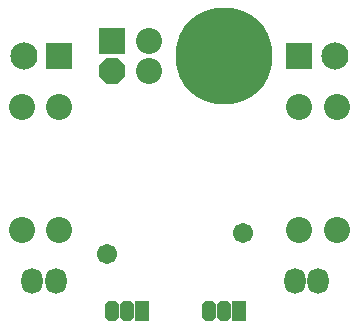
<source format=gbs>
G04*
G04 #@! TF.GenerationSoftware,Altium Limited,Altium Designer,18.1.6 (161)*
G04*
G04 Layer_Color=16711935*
%FSLAX44Y44*%
%MOMM*%
G71*
G01*
G75*
%ADD21R,1.2032X1.7032*%
G04:AMPARAMS|DCode=22|XSize=1.2032mm|YSize=1.7032mm|CornerRadius=0mm|HoleSize=0mm|Usage=FLASHONLY|Rotation=180.000|XOffset=0mm|YOffset=0mm|HoleType=Round|Shape=Octagon|*
%AMOCTAGOND22*
4,1,8,0.3008,-0.8516,-0.3008,-0.8516,-0.6016,-0.5508,-0.6016,0.5508,-0.3008,0.8516,0.3008,0.8516,0.6016,0.5508,0.6016,-0.5508,0.3008,-0.8516,0.0*
%
%ADD22OCTAGOND22*%

%ADD23O,1.8032X2.2032*%
%ADD24R,2.2032X2.2032*%
%ADD25P,2.3848X8X292.5*%
%ADD26R,2.3032X2.3032*%
%ADD27C,2.3032*%
%ADD28C,2.2032*%
%ADD29C,8.2032*%
%ADD30C,1.7032*%
D21*
X215900Y38100D02*
D03*
X133350D02*
D03*
D22*
X203200D02*
D03*
X190500D02*
D03*
X120650D02*
D03*
X107950D02*
D03*
D23*
X263050Y63500D02*
D03*
X283050D02*
D03*
X60800D02*
D03*
X40800D02*
D03*
D24*
X107950Y266700D02*
D03*
D25*
Y241300D02*
D03*
D26*
X266700Y254000D02*
D03*
X63500D02*
D03*
D27*
X296780D02*
D03*
X33420D02*
D03*
D28*
X298450Y107000D02*
D03*
Y210500D02*
D03*
X266700Y107000D02*
D03*
Y210500D02*
D03*
X63500Y107000D02*
D03*
Y210500D02*
D03*
X31750Y107000D02*
D03*
Y210500D02*
D03*
X139700Y241300D02*
D03*
Y266700D02*
D03*
D29*
X203200Y254000D02*
D03*
D30*
X104140Y86360D02*
D03*
X219600Y104250D02*
D03*
M02*

</source>
